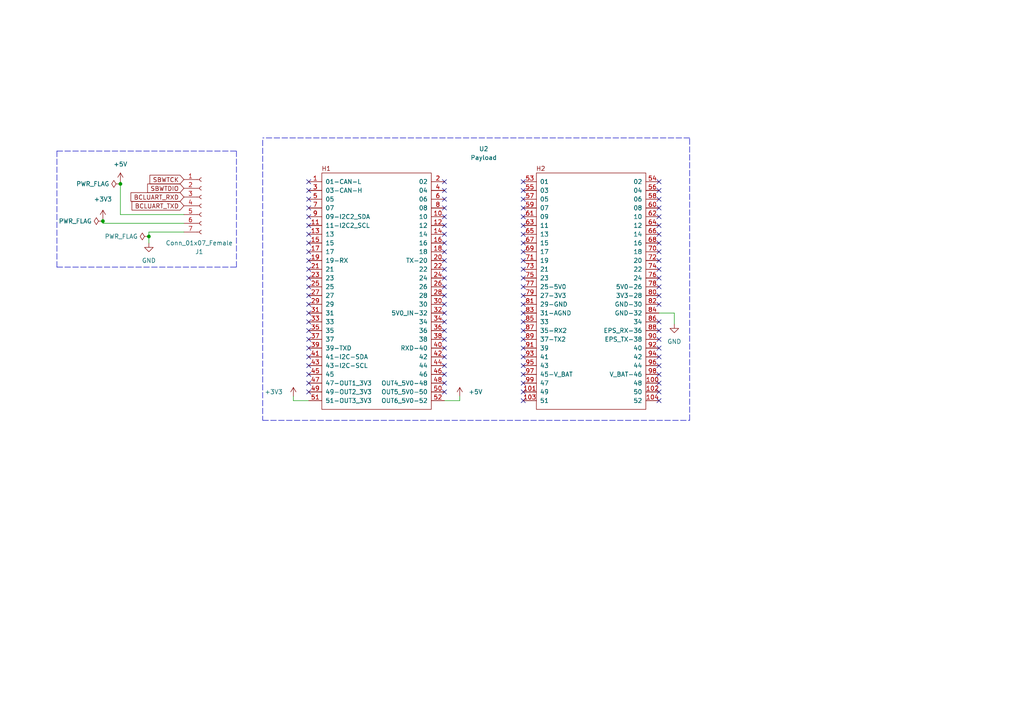
<source format=kicad_sch>
(kicad_sch (version 20211123) (generator eeschema)
  (paper "A4")
  (lib_symbols
    (symbol "Connector:Conn_01x07_Female" (pin_names (offset 1.016) hide)
      (property "Reference" "J" (at 0 10.16 0))
      (property "Value" "Conn_01x07_Female" (at 0 -10.16 0))
      (symbol "Conn_01x07_Female_1_1"
        (arc (start 0 -7.112) (mid -0.508 -7.62) (end 0 -8.128) (stroke (width 0.1524)))
        (arc (start 0 -4.572) (mid -0.508 -5.08) (end 0 -5.588) (stroke (width 0.1524)))
        (arc (start 0 -2.032) (mid -0.508 -2.54) (end 0 -3.048) (stroke (width 0.1524)))
        (polyline (pts (xy -1.27 -7.62) (xy -0.508 -7.62)) (stroke (width 0.1524)))
        (polyline (pts (xy -1.27 -5.08) (xy -0.508 -5.08)) (stroke (width 0.1524)))
        (polyline (pts (xy -1.27 -2.54) (xy -0.508 -2.54)) (stroke (width 0.1524)))
        (polyline (pts (xy -1.27 0) (xy -0.508 0)) (stroke (width 0.1524)))
        (polyline (pts (xy -1.27 2.54) (xy -0.508 2.54)) (stroke (width 0.1524)))
        (polyline (pts (xy -1.27 5.08) (xy -0.508 5.08)) (stroke (width 0.1524)))
        (polyline (pts (xy -1.27 7.62) (xy -0.508 7.62)) (stroke (width 0.1524)))
        (arc (start 0 0.508) (mid -0.508 0) (end 0 -0.508) (stroke (width 0.1524)))
        (arc (start 0 3.048) (mid -0.508 2.54) (end 0 2.032) (stroke (width 0.1524)))
        (arc (start 0 5.588) (mid -0.508 5.08) (end 0 4.572) (stroke (width 0.1524)))
        (arc (start 0 8.128) (mid -0.508 7.62) (end 0 7.112) (stroke (width 0.1524)))
        (pin passive line (at -5.08 7.62 0) (length 3.81) (name "Pin_1") (number "1"))
        (pin passive line (at -5.08 5.08 0) (length 3.81) (name "Pin_2") (number "2"))
        (pin passive line (at -5.08 2.54 0) (length 3.81) (name "Pin_3") (number "3"))
        (pin passive line (at -5.08 0 0) (length 3.81) (name "Pin_4") (number "4"))
        (pin passive line (at -5.08 -2.54 0) (length 3.81) (name "Pin_5") (number "5"))
        (pin passive line (at -5.08 -5.08 0) (length 3.81) (name "Pin_6") (number "6"))
        (pin passive line (at -5.08 -7.62 0) (length 3.81) (name "Pin_7") (number "7"))
      )
    )
    (symbol "PC104:Payload" (pin_names (offset 1.016))
      (property "Reference" "U" (at 44.45 34.29 0))
      (property "Value" "Payload" (at 43.18 -36.83 0))
      (symbol "Payload_0_0"
        (text "H1" (at -45.72 34.29 0) (effects (font (size 1.27 1.27))))
        (text "H2" (at 16.51 34.29 0) (effects (font (size 1.27 1.27))))
      )
      (symbol "Payload_0_1"
        (rectangle (start -46.99 33.02) (end -15.24 -35.56))
        (rectangle (start 15.24 -35.56) (end 46.99 33.02))
      )
      (symbol "Payload_1_1"
        (pin bidirectional line (at -50.8 30.48 0) (length 3.81) (name "01-CAN-L") (number "1"))
        (pin input line (at -11.43 20.32 180) (length 3.81) (name "10") (number "10"))
        (pin output line (at 50.8 -27.94 180) (length 3.81) (name "48") (number "100"))
        (pin output line (at 11.43 -30.48 0) (length 3.81) (name "49") (number "101"))
        (pin output line (at 50.8 -30.48 180) (length 3.81) (name "50") (number "102"))
        (pin passive line (at 11.43 -33.02 0) (length 3.81) (name "51") (number "103"))
        (pin passive line (at 50.8 -33.02 180) (length 3.81) (name "52") (number "104"))
        (pin input line (at -50.8 17.78 0) (length 3.81) (name "11-I2C2_SCL") (number "11"))
        (pin input line (at -11.43 17.78 180) (length 3.81) (name "12") (number "12"))
        (pin input line (at -50.8 15.24 0) (length 3.81) (name "13") (number "13"))
        (pin input line (at -11.43 15.24 180) (length 3.81) (name "14") (number "14"))
        (pin input line (at -50.8 12.7 0) (length 3.81) (name "15") (number "15"))
        (pin input line (at -11.43 12.7 180) (length 3.81) (name "16") (number "16"))
        (pin input line (at -50.8 10.16 0) (length 3.81) (name "17") (number "17"))
        (pin input line (at -11.43 10.16 180) (length 3.81) (name "18") (number "18"))
        (pin input line (at -50.8 7.62 0) (length 3.81) (name "19-RX") (number "19"))
        (pin input line (at -11.43 30.48 180) (length 3.81) (name "02") (number "2"))
        (pin output line (at -11.43 7.62 180) (length 3.81) (name "TX-20") (number "20"))
        (pin input line (at -50.8 5.08 0) (length 3.81) (name "21") (number "21"))
        (pin input line (at -11.43 5.08 180) (length 3.81) (name "22") (number "22"))
        (pin input line (at -50.8 2.54 0) (length 3.81) (name "23") (number "23"))
        (pin input line (at -11.43 2.54 180) (length 3.81) (name "24") (number "24"))
        (pin input line (at -50.8 0 0) (length 3.81) (name "25") (number "25"))
        (pin input line (at -11.43 0 180) (length 3.81) (name "26") (number "26"))
        (pin input line (at -50.8 -2.54 0) (length 3.81) (name "27") (number "27"))
        (pin input line (at -11.43 -2.54 180) (length 3.81) (name "28") (number "28"))
        (pin input line (at -50.8 -5.08 0) (length 3.81) (name "29") (number "29"))
        (pin bidirectional line (at -50.8 27.94 0) (length 3.81) (name "03-CAN-H") (number "3"))
        (pin input line (at -11.43 -5.08 180) (length 3.81) (name "30") (number "30"))
        (pin input line (at -50.8 -7.62 0) (length 3.81) (name "31") (number "31"))
        (pin input line (at -11.43 -7.62 180) (length 3.81) (name "5V0_IN-32") (number "32"))
        (pin input line (at -50.8 -10.16 0) (length 3.81) (name "33") (number "33"))
        (pin input line (at -11.43 -10.16 180) (length 3.81) (name "34") (number "34"))
        (pin input line (at -50.8 -12.7 0) (length 3.81) (name "35") (number "35"))
        (pin input line (at -11.43 -12.7 180) (length 3.81) (name "36") (number "36"))
        (pin input line (at -50.8 -15.24 0) (length 3.81) (name "37") (number "37"))
        (pin input line (at -11.43 -15.24 180) (length 3.81) (name "38") (number "38"))
        (pin output line (at -50.8 -17.78 0) (length 3.81) (name "39-TXD") (number "39"))
        (pin input line (at -11.43 27.94 180) (length 3.81) (name "04") (number "4"))
        (pin input line (at -11.43 -17.78 180) (length 3.81) (name "RXD-40") (number "40"))
        (pin bidirectional line (at -50.8 -20.32 0) (length 3.81) (name "41-I2C-SDA") (number "41"))
        (pin input line (at -11.43 -20.32 180) (length 3.81) (name "42") (number "42"))
        (pin input line (at -50.8 -22.86 0) (length 3.81) (name "43-I2C-SCL") (number "43"))
        (pin input line (at -11.43 -22.86 180) (length 3.81) (name "44") (number "44"))
        (pin input line (at -50.8 -25.4 0) (length 3.81) (name "45") (number "45"))
        (pin input line (at -11.43 -25.4 180) (length 3.81) (name "46") (number "46"))
        (pin output line (at -50.8 -27.94 0) (length 3.81) (name "47-OUT1_3V3") (number "47"))
        (pin output line (at -11.43 -27.94 180) (length 3.81) (name "OUT4_5V0-48") (number "48"))
        (pin output line (at -50.8 -30.48 0) (length 3.81) (name "49-OUT2_3V3") (number "49"))
        (pin input line (at -50.8 25.4 0) (length 3.81) (name "05") (number "5"))
        (pin output line (at -11.43 -30.48 180) (length 3.81) (name "OUT5_5V0-50") (number "50"))
        (pin passive line (at -50.8 -33.02 0) (length 3.81) (name "51-OUT3_3V3") (number "51"))
        (pin passive line (at -11.43 -33.02 180) (length 3.81) (name "OUT6_5V0-52") (number "52"))
        (pin output line (at 11.43 30.48 0) (length 3.81) (name "01") (number "53"))
        (pin output line (at 50.8 30.48 180) (length 3.81) (name "02") (number "54"))
        (pin output line (at 11.43 27.94 0) (length 3.81) (name "03") (number "55"))
        (pin output line (at 50.8 27.94 180) (length 3.81) (name "04") (number "56"))
        (pin output line (at 11.43 25.4 0) (length 3.81) (name "05") (number "57"))
        (pin output line (at 50.8 25.4 180) (length 3.81) (name "06") (number "58"))
        (pin output line (at 11.43 22.86 0) (length 3.81) (name "07") (number "59"))
        (pin input line (at -11.43 25.4 180) (length 3.81) (name "06") (number "6"))
        (pin output line (at 50.8 22.86 180) (length 3.81) (name "08") (number "60"))
        (pin output line (at 11.43 20.32 0) (length 3.81) (name "09") (number "61"))
        (pin output line (at 50.8 20.32 180) (length 3.81) (name "10") (number "62"))
        (pin output line (at 11.43 17.78 0) (length 3.81) (name "11") (number "63"))
        (pin output line (at 50.8 17.78 180) (length 3.81) (name "12") (number "64"))
        (pin output line (at 11.43 15.24 0) (length 3.81) (name "13") (number "65"))
        (pin output line (at 50.8 15.24 180) (length 3.81) (name "14") (number "66"))
        (pin output line (at 11.43 12.7 0) (length 3.81) (name "15") (number "67"))
        (pin output line (at 50.8 12.7 180) (length 3.81) (name "16") (number "68"))
        (pin output line (at 11.43 10.16 0) (length 3.81) (name "17") (number "69"))
        (pin input line (at -50.8 22.86 0) (length 3.81) (name "07") (number "7"))
        (pin output line (at 50.8 10.16 180) (length 3.81) (name "18") (number "70"))
        (pin output line (at 11.43 7.62 0) (length 3.81) (name "19") (number "71"))
        (pin output line (at 50.8 7.62 180) (length 3.81) (name "20") (number "72"))
        (pin output line (at 11.43 5.08 0) (length 3.81) (name "21") (number "73"))
        (pin output line (at 50.8 5.08 180) (length 3.81) (name "22") (number "74"))
        (pin output line (at 11.43 2.54 0) (length 3.81) (name "23") (number "75"))
        (pin output line (at 50.8 2.54 180) (length 3.81) (name "24") (number "76"))
        (pin output line (at 11.43 0 0) (length 3.81) (name "25-5V0") (number "77"))
        (pin output line (at 50.8 0 180) (length 3.81) (name "5V0-26") (number "78"))
        (pin output line (at 11.43 -2.54 0) (length 3.81) (name "27-3V3") (number "79"))
        (pin input line (at -11.43 22.86 180) (length 3.81) (name "08") (number "8"))
        (pin output line (at 50.8 -2.54 180) (length 3.81) (name "3V3-28") (number "80"))
        (pin output line (at 11.43 -5.08 0) (length 3.81) (name "29-GND") (number "81"))
        (pin output line (at 50.8 -5.08 180) (length 3.81) (name "GND-30") (number "82"))
        (pin output line (at 11.43 -7.62 0) (length 3.81) (name "31-AGND") (number "83"))
        (pin passive line (at 50.8 -7.62 180) (length 3.81) (name "GND-32") (number "84"))
        (pin output line (at 11.43 -10.16 0) (length 3.81) (name "33") (number "85"))
        (pin output line (at 50.8 -10.16 180) (length 3.81) (name "34") (number "86"))
        (pin input line (at 11.43 -12.7 0) (length 3.81) (name "35-RX2") (number "87"))
        (pin input line (at 50.8 -12.7 180) (length 3.81) (name "EPS_RX-36") (number "88"))
        (pin output line (at 11.43 -15.24 0) (length 3.81) (name "37-TX2") (number "89"))
        (pin bidirectional line (at -50.8 20.32 0) (length 3.81) (name "09-I2C2_SDA") (number "9"))
        (pin output line (at 50.8 -15.24 180) (length 3.81) (name "EPS_TX-38") (number "90"))
        (pin output line (at 11.43 -17.78 0) (length 3.81) (name "39") (number "91"))
        (pin output line (at 50.8 -17.78 180) (length 3.81) (name "40") (number "92"))
        (pin output line (at 11.43 -20.32 0) (length 3.81) (name "41") (number "93"))
        (pin output line (at 50.8 -20.32 180) (length 3.81) (name "42") (number "94"))
        (pin output line (at 11.43 -22.86 0) (length 3.81) (name "43") (number "95"))
        (pin output line (at 50.8 -22.86 180) (length 3.81) (name "44") (number "96"))
        (pin output line (at 11.43 -25.4 0) (length 3.81) (name "45-V_BAT") (number "97"))
        (pin output line (at 50.8 -25.4 180) (length 3.81) (name "V_BAT-46") (number "98"))
        (pin output line (at 11.43 -27.94 0) (length 3.81) (name "47") (number "99"))
      )
    )
    (symbol "power:+3V3" (power) (pin_names (offset 0))
      (property "Value" "+3V3" (at 0 3.556 0))
      (symbol "+3V3_0_1"
        (polyline (pts (xy -0.762 1.27) (xy 0 2.54)))
        (polyline (pts (xy 0 0) (xy 0 2.54)))
        (polyline (pts (xy 0 2.54) (xy 0.762 1.27)))
      )
      (symbol "+3V3_1_1"
        (pin power_in line (at 0 0 90) (length 0) hide (name "+3V3") (number "1"))
      )
    )
    (symbol "power:+5V" (power) (pin_names (offset 0))
      (property "Value" "+5V" (at 0 3.556 0))
      (symbol "+5V_0_1"
        (polyline (pts (xy -0.762 1.27) (xy 0 2.54)))
        (polyline (pts (xy 0 0) (xy 0 2.54)))
        (polyline (pts (xy 0 2.54) (xy 0.762 1.27)))
      )
      (symbol "+5V_1_1"
        (pin power_in line (at 0 0 90) (length 0) hide (name "+5V") (number "1"))
      )
    )
    (symbol "power:GND" (power) (pin_names (offset 0))
      (property "Value" "GND" (at 0 -3.81 0))
      (symbol "GND_0_1"
        (polyline (pts (xy 0 0) (xy 0 -1.27) (xy 1.27 -1.27) (xy 0 -2.54) (xy -1.27 -1.27) (xy 0 -1.27)))
      )
      (symbol "GND_1_1"
        (pin power_in line (at 0 0 270) (length 0) hide (name "GND") (number "1"))
      )
    )
    (symbol "power:PWR_FLAG" (power) (pin_numbers hide) (pin_names (offset 0) hide)
      (property "Value" "PWR_FLAG" (at 0 3.81 0))
      (symbol "PWR_FLAG_0_0"
        (pin power_out line (at 0 0 90) (length 0) (name "pwr") (number "1"))
      )
      (symbol "PWR_FLAG_0_1"
        (polyline (pts (xy 0 0) (xy 0 1.27) (xy -1.016 1.905) (xy 0 2.54) (xy 1.016 1.905) (xy 0 1.27)))
      )
    )
  )
  (junction (at 43.18 68.58))
  (junction (at 34.925 53.34))
  (junction (at 29.845 64.135))
  (no_connect (at 191.135 95.885))
  (no_connect (at 151.765 75.565))
  (no_connect (at 151.765 78.105))
  (no_connect (at 89.535 83.185))
  (no_connect (at 89.535 60.325))
  (no_connect (at 128.905 83.185))
  (no_connect (at 89.535 80.645))
  (no_connect (at 128.905 100.965))
  (no_connect (at 191.135 106.045))
  (no_connect (at 191.135 52.705))
  (no_connect (at 89.535 95.885))
  (no_connect (at 191.135 57.785))
  (no_connect (at 191.135 108.585))
  (no_connect (at 128.905 57.785))
  (no_connect (at 128.905 80.645))
  (no_connect (at 89.535 111.125))
  (no_connect (at 89.535 90.805))
  (no_connect (at 151.765 65.405))
  (no_connect (at 89.535 85.725))
  (no_connect (at 151.765 62.865))
  (no_connect (at 191.135 78.105))
  (no_connect (at 128.905 65.405))
  (no_connect (at 151.765 83.185))
  (no_connect (at 128.905 73.025))
  (no_connect (at 191.135 62.865))
  (no_connect (at 151.765 95.885))
  (no_connect (at 89.535 65.405))
  (no_connect (at 89.535 73.025))
  (no_connect (at 128.905 98.425))
  (no_connect (at 89.535 78.105))
  (no_connect (at 151.765 98.425))
  (no_connect (at 128.905 90.805))
  (no_connect (at 128.905 95.885))
  (no_connect (at 151.765 88.265))
  (no_connect (at 128.905 88.265))
  (no_connect (at 191.135 60.325))
  (no_connect (at 128.905 70.485))
  (no_connect (at 151.765 70.485))
  (no_connect (at 89.535 106.045))
  (no_connect (at 128.905 52.705))
  (no_connect (at 89.535 113.665))
  (no_connect (at 128.905 113.665))
  (no_connect (at 151.765 106.045))
  (no_connect (at 191.135 111.125))
  (no_connect (at 151.765 100.965))
  (no_connect (at 191.135 103.505))
  (no_connect (at 89.535 100.965))
  (no_connect (at 151.765 73.025))
  (no_connect (at 151.765 52.705))
  (no_connect (at 191.135 83.185))
  (no_connect (at 151.765 113.665))
  (no_connect (at 151.765 116.205))
  (no_connect (at 191.135 113.665))
  (no_connect (at 191.135 116.205))
  (no_connect (at 191.135 67.945))
  (no_connect (at 151.765 93.345))
  (no_connect (at 128.905 111.125))
  (no_connect (at 89.535 57.785))
  (no_connect (at 89.535 55.245))
  (no_connect (at 89.535 52.705))
  (no_connect (at 191.135 80.645))
  (no_connect (at 191.135 75.565))
  (no_connect (at 89.535 93.345))
  (no_connect (at 151.765 60.325))
  (no_connect (at 151.765 103.505))
  (no_connect (at 128.905 60.325))
  (no_connect (at 89.535 108.585))
  (no_connect (at 89.535 103.505))
  (no_connect (at 128.905 78.105))
  (no_connect (at 89.535 62.865))
  (no_connect (at 151.765 67.945))
  (no_connect (at 191.135 73.025))
  (no_connect (at 89.535 70.485))
  (no_connect (at 89.535 98.425))
  (no_connect (at 128.905 85.725))
  (no_connect (at 151.765 85.725))
  (no_connect (at 128.905 75.565))
  (no_connect (at 89.535 88.265))
  (no_connect (at 191.135 55.245))
  (no_connect (at 89.535 75.565))
  (no_connect (at 128.905 67.945))
  (no_connect (at 191.135 88.265))
  (no_connect (at 151.765 111.125))
  (no_connect (at 128.905 55.245))
  (no_connect (at 128.905 108.585))
  (no_connect (at 191.135 70.485))
  (no_connect (at 151.765 90.805))
  (no_connect (at 191.135 98.425))
  (no_connect (at 128.905 103.505))
  (no_connect (at 191.135 93.345))
  (no_connect (at 151.765 57.785))
  (no_connect (at 128.905 93.345))
  (no_connect (at 89.535 67.945))
  (no_connect (at 191.135 65.405))
  (no_connect (at 151.765 80.645))
  (no_connect (at 151.765 108.585))
  (no_connect (at 128.905 62.865))
  (no_connect (at 151.765 55.245))
  (no_connect (at 128.905 106.045))
  (no_connect (at 191.135 85.725))
  (no_connect (at 191.135 100.965))
  (wire (pts (xy 53.34 64.77) (xy 29.845 64.77)))
  (polyline (pts (xy 16.51 43.815) (xy 68.58 43.815)))
  (wire (pts (xy 29.845 64.135) (xy 29.845 63.5)))
  (wire (pts (xy 34.925 53.34) (xy 34.925 62.23)))
  (wire (pts (xy 53.34 62.23) (xy 34.925 62.23)))
  (wire (pts (xy 128.905 116.205) (xy 133.35 116.205)))
  (polyline (pts (xy 200.025 121.92) (xy 200.025 40.005)))
  (wire (pts (xy 34.925 53.34) (xy 34.925 52.705)))
  (wire (pts (xy 133.35 116.205) (xy 133.35 114.935)))
  (wire (pts (xy 89.535 116.205) (xy 85.09 116.205)))
  (wire (pts (xy 195.58 90.805) (xy 195.58 93.98)))
  (wire (pts (xy 191.135 90.805) (xy 195.58 90.805)))
  (polyline (pts (xy 76.2 121.92) (xy 200.025 121.92)))
  (polyline (pts (xy 76.2 40.64) (xy 76.2 121.92)))
  (wire (pts (xy 43.18 68.58) (xy 43.18 70.485)))
  (wire (pts (xy 43.18 67.31) (xy 43.18 68.58)))
  (polyline (pts (xy 68.58 77.47) (xy 68.58 43.815)))
  (polyline (pts (xy 200.025 40.005) (xy 76.2 40.005)))
  (wire (pts (xy 53.34 67.31) (xy 43.18 67.31)))
  (wire (pts (xy 29.845 64.77) (xy 29.845 64.135)))
  (wire (pts (xy 85.09 114.935) (xy 85.09 116.205)))
  (polyline (pts (xy 16.51 77.47) (xy 68.58 77.47)))
  (polyline (pts (xy 16.51 43.815) (xy 16.51 77.47)))
  (global_label "BCLUART_RXD" (shape input) (at 53.34 57.15 180) (property "Intersheet References" "${INTERSHEET_REFS}" (effects hide)))
  (global_label "BCLUART_TXD" (shape input) (at 53.34 59.69 180) (property "Intersheet References" "${INTERSHEET_REFS}" (effects hide)))
  (global_label "SBWTDIO" (shape input) (at 53.34 54.61 180) (property "Intersheet References" "${INTERSHEET_REFS}" (effects hide)))
  (global_label "SBWTCK" (shape input) (at 53.34 52.07 180) (property "Intersheet References" "${INTERSHEET_REFS}" (effects hide)))
  (symbol (lib_id "power:PWR_FLAG") (at 34.925 53.34 90) (unit 1)
    (property "Reference" "#FLG0103" (effects hide))
    (property "Value" "PWR_FLAG" (at 31.75 53.3399 90) (effects (justify left)))
  )
  (symbol (lib_id "power:PWR_FLAG") (at 29.845 64.135 90) (unit 1)
    (property "Reference" "#FLG0101" (effects hide))
    (property "Value" "PWR_FLAG" (at 26.67 64.1349 90) (effects (justify left)))
  )
  (symbol (lib_id "power:+5V") (at 34.925 52.705 0) (unit 1)
    (property "Reference" "#PWR0103" (effects hide))
    (property "Value" "+5V" (at 34.925 47.625 0))
  )
  (symbol (lib_id "power:+3V3") (at 29.845 63.5 0) (unit 1)
    (property "Reference" "#PWR0102" (effects hide))
    (property "Value" "+3V3" (at 29.845 57.785 0))
  )
  (symbol (lib_id "power:+3V3") (at 85.09 114.935 0) (unit 1)
    (property "Reference" "#PWR0106" (effects hide))
    (property "Value" "+3V3" (at 79.375 113.665 0))
  )
  (symbol (lib_id "PC104:Payload") (at 140.335 83.185 0) (unit 1)
    (property "Reference" "U2" (at 140.2953 43.18 0))
    (property "Value" "Payload" (at 140.2953 45.72 0))
    (property "Footprint" "magnetorquer:PC104-Standard" (effects hide))
  )
  (symbol (lib_id "power:GND") (at 43.18 70.485 0) (unit 1)
    (property "Reference" "#PWR0101" (effects hide))
    (property "Value" "GND" (at 43.18 75.565 0))
  )
  (symbol (lib_id "power:+5V") (at 133.35 114.935 0) (unit 1)
    (property "Reference" "#PWR0107" (effects hide))
    (property "Value" "+5V" (at 135.89 113.6649 0) (effects (justify left)))
  )
  (symbol (lib_id "power:GND") (at 195.58 93.98 0) (unit 1)
    (property "Reference" "#PWR0108" (effects hide))
    (property "Value" "GND" (at 195.58 99.06 0))
  )
  (symbol (lib_id "power:PWR_FLAG") (at 43.18 68.58 90) (unit 1)
    (property "Reference" "#FLG0102" (effects hide))
    (property "Value" "PWR_FLAG" (at 40.005 68.5799 90) (effects (justify left)))
  )
  (symbol (lib_id "Connector:Conn_01x07_Female") (at 58.42 59.69 0) (unit 1)
    (property "Reference" "J1" (at 57.785 73.025 0))
    (property "Value" "Conn_01x07_Female" (at 57.785 70.485 0))
    (property "Footprint" "Connector_PinHeader_2.54mm:PinHeader_1x07_P2.54mm_Vertical" (effects hide))
  )
)
</source>
